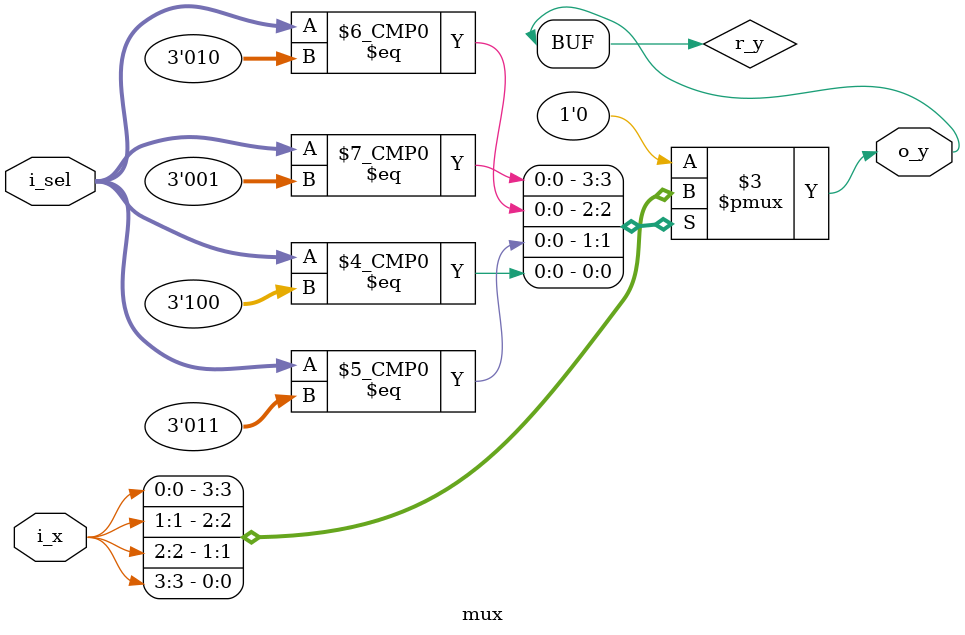
<source format=v>
`timescale 1ns / 1ps

module mux(
        input [3:0] i_x,
        input [2:0] i_sel,
        output o_y
    );

    reg r_y;
    assign o_y = r_y;

    always @(*) begin
        case (i_sel)
            3'd0 : r_y <= 1'b0;
            3'd1 : r_y <= i_x[0];
            3'd2 : r_y <= i_x[1];
            3'd3 : r_y <= i_x[2];
            3'd4 : r_y <= i_x[3];
            default: r_y <= 1'b0;
        endcase
        
    end
endmodule

</source>
